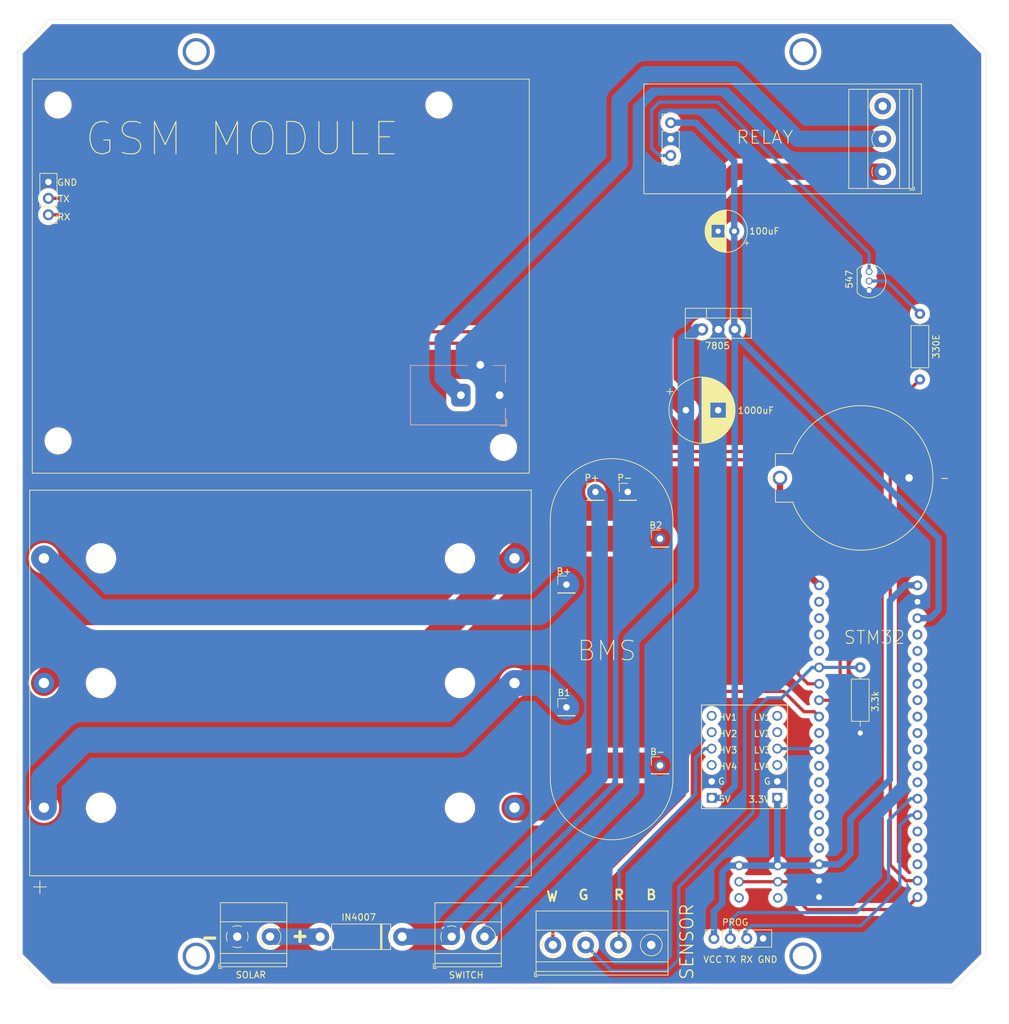
<source format=kicad_pcb>
(kicad_pcb (version 20211014) (generator pcbnew)
  (title_block (title "PCB") (date "2022-09-02") (rev "1.0") (company "OSTRON ELECTRONICS"))
  (layers (0 "F.Cu" signal) (31 "B.Cu" signal) (34 "B.Paste" user) (35 "F.Paste" user) (36 "B.SilkS" user "B.Silkscreen") (37 "F.SilkS" user "F.Silkscreen") (38 "B.Mask" user) (39 "F.Mask" user) (44 "Edge.Cuts" user))
  (net 0 "")
  (net 1 "+BATT")
  (net 2 "GND")
  (net 3 "Net-(BT2-Pad1+)")
  (net 4 "+12V")
  (net 5 "+5V")
  (net 6 "Net-(D1-Pad2)")
  (net 7 "TX")
  (net 8 "RX")
  (net 9 "POWERGSM")
  (net 10 "Net-(J9-Pad3)")
  (net 11 "Net-(J10-Pad3)")
  (net 12 "Net-(J10-Pad2)")
  (net 13 "+3V3")
  (net 14 "Net-(Q1-Pad2)")
  (net 15 "Net-(R2-Pad2)")
  (net 16 "Net-(U2-PadHV2)")
  (net 17 "Net-(U2-PadLV3)")
  (net 18 "Net-(U2-PadLV2)")
  (net 19 "Net-(U2-PadLV1)")
  (net 20 "Net-(U3-PadPB12)")
  (net 21 "Net-(U3-PadPB14)")
  (net 22 "Net-(U3-PadPB15)")
  (net 23 "Net-(U3-PadPA8)")
  (net 24 "Net-(U3-PadPA11)")
  (net 25 "Net-(U3-PadPA15)")
  (net 26 "Net-(U3-PadPA12)")
  (net 27 "Net-(U3-PadPB3)")
  (net 28 "Net-(U3-PadPB9)")
  (net 29 "Net-(U3-PadPB8)")
  (net 30 "Net-(U3-PadPB4)")
  (net 31 "Net-(U3-PadPB5)")
  (net 32 "Net-(U3-PadPB6)")
  (net 33 "Net-(U3-PadPB7)")
  (net 34 "Net-(U3-PadPA5)")
  (net 35 "Net-(U3-PadPB0)")
  (net 36 "Net-(U3-PadPB1)")
  (net 37 "Net-(U3-PadPC13)")
  (net 38 "Net-(U3-PadPC15)")
  (net 39 "Net-(U3-PadPA0)")
  (net 40 "Net-(U3-PadPC14)")
  (net 41 "Net-(U3-PadPB10)")
  (net 42 "Net-(U3-PadNRST)")
  (net 43 "Net-(U3-PadPB11)")
  (net 44 "Net-(U4-Pad2)")
  (net 45 "Net-(U4-Pad2')")
  (net 46 "Net-(J13-Pad3)")
  (net 47 "Net-(BT2-Pad3-)")
  (net 48 "Net-(BT2-Pad2-)")
  (net 49 "Net-(BT2-Pad1-)")
  (net 50 "Net-(J12-Pad3)")
  (net 51 "Green")
  (net 52 "white")
  (net 53 "Net-(U2-PadHV1)")
  (net 54 "Net-(U2-PadHV4)")
  (net 55 "Net-(U2-PadLV4)")
  (net 56 "Net-(U3-PadPA7)")
  (net 57 "VCC")
  (footprint "MountingHole:MountingHole_3.2mm_M3" (layer "F.Cu") (at 141.66 172.06)
    (fp_text reference "REF**" hide)
    (fp_text value "MountingHole_3.2mm_M3")
    (pad "" np_thru_hole circle locked (at 0 0) (size 4.2 4.2) (drill 3.2) (layers F&B.Cu *.Mask))
  )
  (footprint "MountingHole:MountingHole_3.2mm_M3" (layer "F.Cu") (at 141.66 32.06)
    (fp_text reference "REF**" hide)
    (fp_text value "MountingHole_3.2mm_M3")
    (pad "" np_thru_hole circle locked (at 0 0) (size 4.2 4.2) (drill 3.2) (layers F&B.Cu *.Mask))
  )
  (footprint "MountingHole:MountingHole_3.2mm_M3" (layer "F.Cu") (at 47.66 32.06)
    (fp_text reference "REF**" hide)
    (fp_text value "MountingHole_3.2mm_M3")
    (pad "" np_thru_hole circle locked (at 0 0) (size 4.2 4.2) (drill 3.2) (layers F&B.Cu *.Mask))
  )
  (footprint "MountingHole:MountingHole_2.7mm" (layer "F.Cu") (at 26.26 40.31)
    (fp_text reference "REF**" hide)
    (fp_text value "MountingHole_2.7mm")
    (pad "" np_thru_hole circle locked (at 0 0) (size 2.7 2.7) (drill 2.7) (layers *.Cu *.Mask))
  )
  (footprint "MountingHole:MountingHole_2.7mm" (layer "F.Cu") (at 26.26 92.31)
    (fp_text reference "REF**" hide)
    (fp_text value "MountingHole_2.7mm")
    (pad "" np_thru_hole circle locked (at 0 0) (size 2.7 2.7) (drill 2.7) (layers *.Cu *.Mask))
  )
  (footprint "MountingHole:MountingHole_2.7mm" (layer "F.Cu") (at 95.26 93.31)
    (fp_text reference "REF**" hide)
    (fp_text value "MountingHole_2.7mm")
    (pad "" np_thru_hole circle locked (at 0 0) (size 2.7 2.7) (drill 2.7) (layers *.Cu *.Mask))
  )
  (footprint "MountingHole:MountingHole_2.7mm" (layer "F.Cu") (at 85.26 40.31)
    (fp_text reference "REF**" hide)
    (fp_text value "MountingHole_2.7mm")
    (pad "" np_thru_hole circle locked (at 0 0) (size 2.7 2.7) (drill 2.7) (layers *.Cu *.Mask))
  )
  (footprint "BS-7-BLUE:BAT_BS-7-BLUE" (layer "F.Cu") (at 148.088 98.044 180)
    (fp_text reference "BT1" hide)
    (fp_text value "BS-7-BLUE")
    (fp_text user "+" (at 11.474 0) (layer "F.SilkS") (effects (font (size 1.12 1.12))))
    (fp_text user "-" (at -15.526 0) (layer "F.SilkS") (effects (font (size 1.12 1.12))))
    (pad "+" thru_hole circle locked (at 10 0 180) (size 2.25 2.25) (drill 1.5) (layers *.Cu *.Mask) (net 1 "+BATT"))
    (pad "-" thru_hole circle locked (at -10 0 180) (size 1.755 1.755) (drill 1.17) (layers *.Cu *.Mask) (net 2 "GND"))
  )
  (footprint "BK-18650-PC6:BAT_BK-18650-PC6" (layer "F.Cu") (at 60.712 129.794)
    (fp_text reference "BT2" hide)
    (fp_text value "BK-18650-PC6" hide)
    (pad "" np_thru_hole circle locked (at -27.805 -19.3) (size 3.2 3.2) (drill 3.2) (layers *.Cu *.Mask))
    (pad "" np_thru_hole circle locked (at -27.805 19.3) (size 3.2 3.2) (drill 3.2) (layers *.Cu *.Mask))
    (pad "" np_thru_hole circle locked (at 27.805 0) (size 3.2 3.2) (drill 3.2) (layers *.Cu *.Mask))
    (pad "" np_thru_hole circle locked (at 27.805 19.3) (size 3.2 3.2) (drill 3.2) (layers *.Cu *.Mask))
    (pad "" np_thru_hole circle locked (at -27.805 0) (size 3.2 3.2) (drill 3.2) (layers *.Cu *.Mask))
    (pad "" np_thru_hole circle locked (at 27.805 -19.3) (size 3.2 3.2) (drill 3.2) (layers *.Cu *.Mask))
    (pad "1+" thru_hole circle locked (at -36.65 -19.3) (size 3.2 3.2) (drill 1.6) (layers *.Cu *.Mask) (net 3 "Net-(BT2-Pad1+)"))
    (pad "1-" thru_hole circle locked (at 36.25 -19.3) (size 3.2 3.2) (drill 1.6) (layers *.Cu *.Mask) (net 49 "Net-(BT2-Pad1-)"))
    (pad "2+" thru_hole circle locked (at -36.65 0) (size 3.2 3.2) (drill 1.6) (layers *.Cu *.Mask) (net 49 "Net-(BT2-Pad1-)"))
    (pad "2-" thru_hole circle locked (at 36.25 0) (size 3.2 3.2) (drill 1.6) (layers *.Cu *.Mask) (net 48 "Net-(BT2-Pad2-)"))
    (pad "3+" thru_hole circle locked (at -36.65 19.3) (size 3.2 3.2) (drill 1.6) (layers *.Cu *.Mask) (net 48 "Net-(BT2-Pad2-)"))
    (pad "3-" thru_hole circle locked (at 36.25 19.3) (size 3.2 3.2) (drill 1.6) (layers *.Cu *.Mask) (net 47 "Net-(BT2-Pad3-)"))
  )
  (footprint "Capacitor_THT:CP_Radial_D10.0mm_P5.00mm" (layer "F.Cu") (at 123.51 87.56)
    (fp_text reference "C1" hide)
    (fp_text value "1000u")
    (pad "1" thru_hole circle locked (at 0 0) (size 2 2) (drill 1) (layers *.Cu *.Mask) (net 57 "VCC"))
    (pad "2" thru_hole circle locked (at 5 0) (size 2 2) (drill 1) (layers *.Cu *.Mask) (net 2 "GND"))
  )
  (footprint "Capacitor_THT:CP_Radial_D6.3mm_P2.50mm" (layer "F.Cu") (at 131.01 59.85 180)
    (fp_text reference "C2" hide)
    (fp_text value "100u")
    (pad "1" thru_hole circle locked (at 0 0 180) (size 1.6 1.6) (drill 0.8) (layers *.Cu *.Mask) (net 5 "+5V"))
    (pad "2" thru_hole circle locked (at 2.5 0 180) (size 1.6 1.6) (drill 0.8) (layers *.Cu *.Mask) (net 2 "GND"))
  )
  (footprint "Diode_THT:D_5W_P12.70mm_Horizontal" (layer "F.Cu") (at 79.56 169.08 180)
    (fp_text reference "D1" hide)
    (fp_text value "D")
    (pad "1" thru_hole circle locked (at 0 0 180) (size 2.8 2.8) (drill 1.4) (layers *.Cu *.Mask) (net 4 "+12V"))
    (pad "2" thru_hole oval locked (at 12.7 0 180) (size 2.8 2.8) (drill 1.4) (layers *.Cu *.Mask) (net 6 "Net-(D1-Pad2)"))
  )
  (footprint "Connector_PinHeader_2.54mm:PinHeader_1x03_P2.54mm_Vertical" (layer "F.Cu") (at 24.76 57.31 180)
    (fp_text reference "J1" hide)
    (fp_text value "GSMSERIAL")
    (pad "1" thru_hole circle locked (at 0 0 180) (size 1.7 1.7) (drill 1) (layers *.Cu *.Mask) (net 8 "RX"))
    (pad "2" thru_hole oval locked (at 0 2.54 180) (size 1.7 1.7) (drill 1) (layers *.Cu *.Mask) (net 7 "TX"))
    (pad "3" thru_hole oval locked (at 0 5.08 180) (size 1.7 1.7) (drill 1) (layers *.Cu *.Mask) (net 2 "GND"))
  )
  (footprint "Connector_BarrelJack:BarrelJack_Horizontal" (layer "F.Cu") (at 94.66 85.24)
    (fp_text reference "J2" hide)
    (fp_text value "Barrel_Jack_Switch")
    (pad "1" thru_hole rect locked (at 0 0) (size 3.5 3.5) (drill 1.2) (layers *.Cu *.Mask) (net 2 "GND"))
    (pad "2" thru_hole roundrect locked (at -6 0) (size 3 3.5) (drill 1.2) (layers *.Cu *.Mask) (net 9 "POWERGSM"))
    (pad "3" thru_hole roundrect locked (at -3 -4.7) (size 3.5 3.5) (drill 1.2) (layers *.Cu *.Mask) (net 2 "GND"))
  )
  (footprint "Connector_PinHeader_2.54mm:PinHeader_1x01_P2.54mm_Vertical" (layer "F.Cu") (at 109.51 100.21)
    (fp_text reference "J3" hide)
    (fp_text value "P+")
    (pad "1" thru_hole circle locked (at 0 0) (size 1.7 1.7) (drill 1) (layers *.Cu *.Mask) (net 4 "+12V"))
  )
  (footprint "Connector_PinHeader_2.54mm:PinHeader_1x01_P2.54mm_Vertical" (layer "F.Cu") (at 114.51 100.21)
    (fp_text reference "J4" hide)
    (fp_text value "P-")
    (pad "1" thru_hole circle locked (at 0 0) (size 1.7 1.7) (drill 1) (layers *.Cu *.Mask) (net 2 "GND"))
  )
  (footprint "Connector_PinHeader_2.54mm:PinHeader_1x01_P2.54mm_Vertical" (layer "F.Cu") (at 105.01 114.56)
    (fp_text reference "J5" hide)
    (fp_text value "B+")
    (pad "1" thru_hole circle locked (at 0 0) (size 1.7 1.7) (drill 1) (layers *.Cu *.Mask) (net 3 "Net-(BT2-Pad1+)"))
  )
  (footprint "Connector_PinHeader_2.54mm:PinHeader_1x01_P2.54mm_Vertical" (layer "F.Cu") (at 105.01 133.56)
    (fp_text reference "J7" hide)
    (fp_text value "B1")
    (pad "1" thru_hole circle locked (at 0 0) (size 1.7 1.7) (drill 1) (layers *.Cu *.Mask) (net 48 "Net-(BT2-Pad2-)"))
  )
  (footprint "Connector_PinHeader_2.54mm:PinHeader_1x01_P2.54mm_Vertical" (layer "F.Cu") (at 119.51 142.56)
    (fp_text reference "J8" hide)
    (fp_text value "B-")
    (pad "1" thru_hole circle locked (at 0 0) (size 1.7 1.7) (drill 1) (layers *.Cu *.Mask) (net 47 "Net-(BT2-Pad3-)"))
  )
  (footprint "TerminalBlock_Phoenix:TerminalBlock_Phoenix_MKDS-1,5-4-5.08_1x04_P5.08mm_Horizontal" (layer "F.Cu") (at 102.91 170.35)
    (fp_text reference "J9" hide)
    (fp_text value "SENSOR")
    (pad "1" thru_hole circle locked (at 0 0) (size 2.6 2.6) (drill 1.3) (layers *.Cu *.Mask) (net 52 "white"))
    (pad "2" thru_hole circle locked (at 5.08 0) (size 2.6 2.6) (drill 1.3) (layers *.Cu *.Mask) (net 51 "Green"))
    (pad "3" thru_hole circle locked (at 10.16 0) (size 2.6 2.6) (drill 1.3) (layers *.Cu *.Mask) (net 10 "Net-(J9-Pad3)"))
    (pad "4" thru_hole circle locked (at 15.24 0) (size 2.6 2.6) (drill 1.3) (layers *.Cu *.Mask) (net 2 "GND"))
  )
  (footprint "Connector_PinSocket_2.54mm:PinSocket_1x04_P2.54mm_Vertical" (layer "F.Cu") (at 127.86 169.35 90)
    (fp_text reference "J10" hide)
    (fp_text value "PROG")
    (pad "1" thru_hole circle locked (at 0 0 90) (size 1.7 1.7) (drill 1) (layers *.Cu *.Mask) (net 13 "+3V3"))
    (pad "2" thru_hole oval locked (at 0 2.54 90) (size 1.7 1.7) (drill 1) (layers *.Cu *.Mask) (net 12 "Net-(J10-Pad2)"))
    (pad "3" thru_hole oval locked (at 0 5.08 90) (size 1.7 1.7) (drill 1) (layers *.Cu *.Mask) (net 11 "Net-(J10-Pad3)"))
    (pad "4" thru_hole oval locked (at 0 7.62 90) (size 1.7 1.7) (drill 1) (layers *.Cu *.Mask) (net 2 "GND"))
  )
  (footprint "TerminalBlock_Phoenix:TerminalBlock_Phoenix_MKDS-1,5-2-5.08_1x02_P5.08mm_Horizontal" (layer "F.Cu") (at 54.01 169.06)
    (fp_text reference "J11" hide)
    (fp_text value "SOLAR")
    (pad "1" thru_hole circle locked (at 0 0) (size 2.6 2.6) (drill 1.3) (layers *.Cu *.Mask) (net 2 "GND"))
    (pad "2" thru_hole circle locked (at 5.08 0) (size 2.6 2.6) (drill 1.3) (layers *.Cu *.Mask) (net 6 "Net-(D1-Pad2)"))
  )
  (footprint "TerminalBlock_Phoenix:TerminalBlock_Phoenix_MKDS-1,5-3-5.08_1x03_P5.08mm_Horizontal" (layer "F.Cu") (at 154.01 50.64 90)
    (fp_text reference "J12" hide)
    (fp_text value "RELAYgsm")
    (pad "1" thru_hole circle locked (at 0 0 90) (size 2.6 2.6) (drill 1.3) (layers *.Cu *.Mask) (net 57 "VCC"))
    (pad "2" thru_hole circle locked (at 5.08 0 90) (size 2.6 2.6) (drill 1.3) (layers *.Cu *.Mask) (net 9 "POWERGSM"))
    (pad "3" thru_hole circle locked (at 10.16 0 90) (size 2.6 2.6) (drill 1.3) (layers *.Cu *.Mask) (net 50 "Net-(J12-Pad3)"))
  )
  (footprint "Connector_PinHeader_2.54mm:PinHeader_1x03_P2.54mm_Vertical" (layer "F.Cu") (at 121.16 43.06)
    (fp_text reference "J13" hide)
    (fp_text value "RELAY")
    (pad "1" thru_hole circle locked (at 0 0) (size 1.7 1.7) (drill 1) (layers *.Cu *.Mask) (net 5 "+5V"))
    (pad "2" thru_hole oval locked (at 0 2.54) (size 1.7 1.7) (drill 1) (layers *.Cu *.Mask) (net 2 "GND"))
    (pad "3" thru_hole oval locked (at 0 5.08) (size 1.7 1.7) (drill 1) (layers *.Cu *.Mask) (net 46 "Net-(J13-Pad3)"))
  )
  (footprint "Package_TO_SOT_THT:TO-92_Inline" (layer "F.Cu") (at 151.898 66.294 -90)
    (fp_text reference "Q1" hide)
    (fp_text value "BC547")
    (pad "1" thru_hole circle locked (at -0.1905 0 270) (size 1.05 1.05) (drill 0.75) (layers *.Cu *.Mask) (net 46 "Net-(J13-Pad3)"))
    (pad "2" thru_hole circle locked (at 1.27 0 270) (size 1.05 1.05) (drill 0.75) (layers *.Cu *.Mask) (net 14 "Net-(Q1-Pad2)"))
    (pad "3" thru_hole circle locked (at 2.7305 0 270) (size 1.05 1.05) (drill 0.75) (layers *.Cu *.Mask) (net 2 "GND"))
  )
  (footprint "Resistor_THT:R_Axial_DIN0207_L6.3mm_D2.5mm_P10.16mm_Horizontal" (layer "F.Cu") (at 159.772 72.644 -90)
    (fp_text reference "R2" hide)
    (fp_text value "330")
    (pad "1" thru_hole circle locked (at 0 0 270) (size 1.6 1.6) (drill 0.8) (layers *.Cu *.Mask) (net 14 "Net-(Q1-Pad2)"))
    (pad "2" thru_hole oval locked (at 10.16 0 270) (size 1.6 1.6) (drill 0.8) (layers *.Cu *.Mask) (net 15 "Net-(R2-Pad2)"))
  )
  (footprint "Package_TO_SOT_THT:TO-220-3_Vertical" (layer "F.Cu") (at 126.01 75.06)
    (fp_text reference "U1" hide)
    (fp_text value "L7805")
    (pad "1" thru_hole circle locked (at 0 0) (size 1.905 1.905) (drill 1.1) (layers *.Cu *.Mask) (net 57 "VCC"))
    (pad "2" thru_hole oval locked (at 2.54 0) (size 1.905 2) (drill 1.1) (layers *.Cu *.Mask) (net 2 "GND"))
    (pad "3" thru_hole oval locked (at 5.08 0) (size 1.905 2) (drill 1.1) (layers *.Cu *.Mask) (net 5 "+5V"))
  )
  (footprint "BOB-12009:CONV_BOB-12009" (layer "F.Cu") (at 132.594 141.224 180)
    (fp_text reference "U2" hide)
    (fp_text value "BOB-12009")
    (pad "GND_1" thru_hole circle locked (at 5.08 -3.81 180) (size 1.524 1.524) (drill 1.016) (layers *.Cu *.Mask) (net 2 "GND"))
    (pad "GND_2" thru_hole circle locked (at -5.08 -3.81 180) (size 1.524 1.524) (drill 1.016) (layers *.Cu *.Mask) (net 2 "GND"))
    (pad "HV" thru_hole rect locked (at 5.08 -6.35 180) (size 1.524 1.524) (drill 1.016) (layers *.Cu *.Mask) (net 5 "+5V"))
    (pad "HV1" thru_hole circle locked (at 5.08 6.35 180) (size 1.524 1.524) (drill 1.016) (layers *.Cu *.Mask) (net 53 "Net-(U2-PadHV1)"))
    (pad "HV2" thru_hole circle locked (at 5.08 3.81 180) (size 1.524 1.524) (drill 1.016) (layers *.Cu *.Mask) (net 16 "Net-(U2-PadHV2)"))
    (pad "HV3" thru_hole circle locked (at 5.08 1.27 180) (size 1.524 1.524) (drill 1.016) (layers *.Cu *.Mask) (net 10 "Net-(J9-Pad3)"))
    (pad "HV4" thru_hole circle locked (at 5.08 -1.27 180) (size 1.524 1.524) (drill 1.016) (layers *.Cu *.Mask) (net 54 "Net-(U2-PadHV4)"))
    (pad "LV" thru_hole rect locked (at -5.08 -6.35 180) (size 1.524 1.524) (drill 1.016) (layers *.Cu *.Mask) (net 13 "+3V3"))
    (pad "LV1" thru_hole circle locked (at -5.08 6.35 180) (size 1.524 1.524) (drill 1.016) (layers *.Cu *.Mask) (net 19 "Net-(U2-PadLV1)"))
    (pad "LV2" thru_hole circle locked (at -5.08 3.81 180) (size 1.524 1.524) (drill 1.016) (layers *.Cu *.Mask) (net 18 "Net-(U2-PadLV2)"))
    (pad "LV3" thru_hole circle locked (at -5.08 1.27 180) (size 1.524 1.524) (drill 1.016) (layers *.Cu *.Mask) (net 17 "Net-(U2-PadLV3)"))
    (pad "LV4" thru_hole circle locked (at -5.08 -1.27 180) (size 1.524 1.524) (drill 1.016) (layers *.Cu *.Mask) (net 55 "Net-(U2-PadLV4)"))
  )
  (footprint "blue-pill-kicad-master:blue_pill" (layer "F.Cu") (at 149.866 141.986 180)
    (fp_text reference "U3" hide)
    (fp_text value "BP")
    (pad "3V3" thru_hole circle locked (at -9.525 27.305 180) (size 1.524 1.524) (drill 0.9) (layers *.Cu *.Mask) (net 13 "+3V3"))
    (pad "3V3" thru_hole circle locked (at 5.715 -15.875 180) (size 1.524 1.524) (drill 0.9) (layers *.Cu *.Mask) (net 13 "+3V3"))
    (pad "5V" thru_hole circle locked (at -9.525 22.225 180) (size 1.524 1.524) (drill 0.9) (layers *.Cu *.Mask) (net 5 "+5V"))
    (pad "G" thru_hole circle locked (at -9.525 24.765 180) (size 1.524 1.524) (drill 0.9) (layers *.Cu *.Mask) (net 2 "GND"))
    (pad "G" thru_hole circle locked (at 5.715 -18.415 180) (size 1.524 1.524) (drill 0.9) (layers *.Cu *.Mask) (net 2 "GND"))
    (pad "G" thru_hole circle locked (at 5.715 -20.955 180) (size 1.524 1.524) (drill 0.9) (layers *.Cu *.Mask) (net 2 "GND"))
    (pad "NRST" thru_hole circle locked (at 5.715 -13.335 180) (size 1.524 1.524) (drill 0.9) (layers *.Cu *.Mask) (net 42 "Net-(U3-PadNRST)"))
    (pad "PA0" thru_hole circle locked (at 5.715 17.145 180) (size 1.524 1.524) (drill 0.9) (layers *.Cu *.Mask) (net 39 "Net-(U3-PadPA0)"))
    (pad "PA1" thru_hole circle locked (at 5.715 14.605 180) (size 1.524 1.524) (drill 0.9) (layers *.Cu *.Mask) (net 51 "Green"))
    (pad "PA2" thru_hole circle locked (at 5.715 12.065 180) (size 1.524 1.524) (drill 0.9) (layers *.Cu *.Mask) (net 8 "RX"))
    (pad "PA3" thru_hole circle locked (at 5.715 9.525 180) (size 1.524 1.524) (drill 0.9) (layers *.Cu *.Mask) (net 7 "TX"))
    (pad "PA4" thru_hole circle locked (at 5.715 6.985 180) (size 1.524 1.524) (drill 0.9) (layers *.Cu *.Mask) (net 52 "white"))
    (pad "PA5" thru_hole circle locked (at 5.715 4.445 180) (size 1.524 1.524) (drill 0.9) (layers *.Cu *.Mask) (net 34 "Net-(U3-PadPA5)"))
    (pad "PA6" thru_hole circle locked (at 5.715 1.905 180) (size 1.524 1.524) (drill 0.9) (layers *.Cu *.Mask) (net 17 "Net-(U2-PadLV3)"))
    (pad "PA7" thru_hole circle locked (at 5.715 -0.635 180) (size 1.524 1.524) (drill 0.9) (layers *.Cu *.Mask) (net 56 "Net-(U3-PadPA7)"))
    (pad "PA8" thru_hole circle locked (at -9.525 -10.795 180) (size 1.524 1.524) (drill 0.9) (layers *.Cu *.Mask) (net 23 "Net-(U3-PadPA8)"))
    (pad "PA9" thru_hole circle locked (at -9.525 -8.255 180) (size 1.524 1.524) (drill 0.9) (layers *.Cu *.Mask) (net 11 "Net-(J10-Pad3)"))
    (pad "PA10" thru_hole circle locked (at -9.525 -5.715 180) (size 1.524 1.524) (drill 0.9) (layers *.Cu *.Mask) (net 12 "Net-(J10-Pad2)"))
    (pad "PA11" thru_hole circle locked (at -9.525 -3.175 180) (size 1.524 1.524) (drill 0.9) (layers *.Cu *.Mask) (net 24 "Net-(U3-PadPA11)"))
    (pad "PA12" thru_hole circle locked (at -9.525 -0.635 180) (size 1.524 1.524) (drill 0.9) (layers *.Cu *.Mask) (net 26 "Net-(U3-PadPA12)"))
    (pad "PA15" thru_hole circle locked (at -9.525 1.905 180) (size 1.524 1.524) (drill 0.9) (layers *.Cu *.Mask) (net 25 "Net-(U3-PadPA15)"))
    (pad "PB0" thru_hole circle locked (at 5.715 -3.175 180) (size 1.524 1.524) (drill 0.9) (layers *.Cu *.Mask) (net 35 "Net-(U3-PadPB0)"))
    (pad "PB1" thru_hole circle locked (at 5.715 -5.715 180) (size 1.524 1.524) (drill 0.9) (layers *.Cu *.Mask) (net 36 "Net-(U3-PadPB1)"))
    (pad "PB3" thru_hole circle locked (at -9.525 4.445 180) (size 1.524 1.524) (drill 0.9) (layers *.Cu *.Mask) (net 27 "Net-(U3-PadPB3)"))
    (pad "PB4" thru_hole circle locked (at -9.525 6.985 180) (size 1.524 1.524) (drill 0.9) (layers *.Cu *.Mask) (net 30 "Net-(U3-PadPB4)"))
    (pad "PB5" thru_hole circle locked (at -9.525 9.525 180) (size 1.524 1.524) (drill 0.9) (layers *.Cu *.Mask) (net 31 "Net-(U3-PadPB5)"))
    (pad "PB6" thru_hole circle locked (at -9.525 12.065 180) (size 1.524 1.524) (drill 0.9) (layers *.Cu *.Mask) (net 32 "Net-(U3-PadPB6)"))
    (pad "PB7" thru_hole circle locked (at -9.525 14.605 180) (size 1.524 1.524) (drill 0.9) (layers *.Cu *.Mask) (net 33 "Net-(U3-PadPB7)"))
    (pad "PB8" thru_hole circle locked (at -9.525 17.145 180) (size 1.524 1.524) (drill 0.9) (layers *.Cu *.Mask) (net 29 "Net-(U3-PadPB8)"))
    (pad "PB9" thru_hole circle locked (at -9.525 19.685 180) (size 1.524 1.524) (drill 0.9) (layers *.Cu *.Mask) (net 28 "Net-(U3-PadPB9)"))
    (pad "PB10" thru_hole circle locked (at 5.715 -8.255 180) (size 1.524 1.524) (drill 0.9) (layers *.Cu *.Mask) (net 41 "Net-(U3-PadPB10)"))
    (pad "PB11" thru_hole circle locked (at 5.715 -10.795 180) (size 1.524 1.524) (drill 0.9) (layers *.Cu *.Mask) (net 43 "Net-(U3-PadPB11)"))
    (pad "PB12" thru_hole circle locked (at -9.525 -20.955 180) (size 1.524 1.524) (drill 0.9) (layers *.Cu *.Mask) (net 20 "Net-(U3-PadPB12)"))
    (pad "PB13" thru_hole circle locked (at -9.525 -18.415 180) (size 1.524 1.524) (drill 0.9) (layers *.Cu *.Mask) (net 15 "Net-(R2-Pad2)"))
    (pad "PB14" thru_hole circle locked (at -9.525 -15.875 180) (size 1.524 1.524) (drill 0.9) (layers *.Cu *.Mask) (net 21 "Net-(U3-PadPB14)"))
    (pad "PB15" thru_hole circle locked (at -9.525 -13.335 180) (size 1.524 1.524) (drill 0.9) (layers *.Cu *.Mask) (net 22 "Net-(U3-PadPB15)"))
    (pad "PC13" thru_hole circle locked (at 5.715 24.765 180) (size 1.524 1.524) (drill 0.9) (layers *.Cu *.Mask) (net 37 "Net-(U3-PadPC13)"))
    (pad "PC14" thru_hole circle locked (at 5.715 22.225 180) (size 1.524 1.524) (drill 0.9) (layers *.Cu *.Mask) (net 40 "Net-(U3-PadPC14)"))
    (pad "PC15" thru_hole circle locked (at 5.715 19.685 180) (size 1.524 1.524) (drill 0.9) (layers *.Cu *.Mask) (net 38 "Net-(U3-PadPC15)"))
    (pad "VBAT" thru_hole circle locked (at 5.715 27.305 180) (size 1.524 1.524) (drill 0.9) (layers *.Cu *.Mask) (net 1 "+BATT"))
  )
  (footprint "Y17P21221FP:SW_PVA2EEH21.7NV2" (layer "F.Cu") (at 134.76 160.56 90)
    (fp_text reference "U4" hide)
    (fp_text value "Y17P21221FP")
    (pad "0" thru_hole circle locked (at 0 3 90) (size 1.458 1.458) (drill 0.95) (layers *.Cu *.Mask) (net 20 "Net-(U3-PadPB12)"))
    (pad "0'" thru_hole circle locked (at 0 -3 90) (size 1.458 1.458) (drill 0.95) (layers *.Cu *.Mask) (net 20 "Net-(U3-PadPB12)"))
    (pad "1" thru_hole circle locked (at 2.5 3 90) (size 1.458 1.458) (drill 0.95) (layers *.Cu *.Mask) (net 13 "+3V3"))
    (pad "1'" thru_hole circle locked (at 2.5 -3 90) (size 1.458 1.458) (drill 0.95) (layers *.Cu *.Mask) (net 13 "+3V3"))
    (pad "2" thru_hole circle locked (at -2.5 3 90) (size 1.458 1.458) (drill 0.95) (layers *.Cu *.Mask) (net 44 "Net-(U4-Pad2)"))
    (pad "2'" thru_hole circle locked (at -2.5 -3 90) (size 1.458 1.458) (drill 0.95) (layers *.Cu *.Mask) (net 45 "Net-(U4-Pad2')"))
  )
  (footprint "Resistor_THT:R_Axial_DIN0207_L6.3mm_D2.5mm_P10.16mm_Horizontal" (layer "F.Cu") (at 150.53 127.38 -90)
    (fp_text reference "R1" hide)
    (fp_text value "3.3k")
    (pad "1" thru_hole circle locked (at 0 0 270) (size 1.6 1.6) (drill 0.8) (layers *.Cu *.Mask) (net 51 "Green"))
    (pad "2" thru_hole oval locked (at 10.16 0 270) (size 1.6 1.6) (drill 0.8) (layers *.Cu *.Mask) (net 2 "GND"))
  )
  (footprint "Connector_PinHeader_2.54mm:PinHeader_1x01_P2.54mm_Vertical" (layer "F.Cu") (at 119.51 107.45)
    (fp_text reference "J6" hide)
    (fp_text value "B2")
    (pad "1" thru_hole circle locked (at 0 0) (size 1.7 1.7) (drill 1) (layers *.Cu *.Mask) (net 49 "Net-(BT2-Pad1-)"))
  )
  (footprint "TerminalBlock_Phoenix:TerminalBlock_Phoenix_MKDS-1,5-2-5.08_1x02_P5.08mm_Horizontal" (layer "F.Cu") (at 87.24 169.08)
    (fp_text reference "J14" hide)
    (fp_text value "SWITCH")
    (pad "1" thru_hole circle locked (at 0 0) (size 2.6 2.6) (drill 1.3) (layers *.Cu *.Mask) (net 4 "+12V"))
    (pad "2" thru_hole circle locked (at 5.08 0) (size 2.6 2.6) (drill 1.3) (layers *.Cu *.Mask) (net 57 "VCC"))
  )
  (footprint "MountingHole:MountingHole_3.2mm_M3" (layer "F.Cu") (at 47.66 172.1)
    (fp_text reference "REF**" hide)
    (fp_text value "MountingHole_3.2mm_M3")
    (pad "" np_thru_hole circle locked (at 0 0) (size 4.2 4.2) (drill 3.2) (layers F&B.Cu *.Mask))
  )
  (gr_line (start 117.01 54.06) (end 160.01 54.06) (layer "F.SilkS") (width 0.12))
  (gr_line (start 99.26 36.31) (end 99.26 97.31) (layer "F.SilkS") (width 0.12))
  (gr_line (start 22.26 36.31) (end 99.26 36.31) (layer "F.SilkS") (width 0.12))
  (gr_arc (start 102.51 104.56) (mid 112.01 95.06) (end 121.51 104.56) (layer "F.SilkS") (width 0.12))
  (gr_line (start 121.51 107.56) (end 121.51 144.56) (layer "F.SilkS") (width 0.12))
  (gr_line (start 117.01 37.06) (end 160.01 37.06) (layer "F.SilkS") (width 0.12))
  (gr_line (start 121.51 107.56) (end 121.51 104.56) (layer "F.SilkS") (width 0.12))
  (gr_line (start 22.26 97.31) (end 99.26 97.31) (layer "F.SilkS") (width 0.12))
  (gr_line (start 160.01 37.06) (end 160.01 54.06) (layer "F.SilkS") (width 0.12))
  (gr_line (start 102.51 144.56) (end 102.51 104.56) (layer "F.SilkS") (width 0.12))
  (gr_arc (start 121.51 144.56) (mid 112.01 154.06) (end 102.51 144.56) (layer "F.SilkS") (width 0.12))
  (gr_line (start 22.26 36.31) (end 22.26 97.31) (layer "F.SilkS") (width 0.12))
  (gr_line (start 117.01 37.06) (end 117.01 54.06) (layer "F.SilkS") (width 0.12))
  (gr_line (start 165.01 27.06) (end 170.01 32.06) (layer "Edge.Cuts") (width 0.05))
  (gr_line (start 25.01 27.06) (end 20.01 32.06) (layer "Edge.Cuts") (width 0.05))
  (gr_line (start 20.01 172.06) (end 25.01 177.06) (layer "Edge.Cuts") (width 0.05))
  (gr_line (start 165.01 177.06) (end 170.01 172.06) (layer "Edge.Cuts") (width 0.05))
  (gr_line (start 165.01 177.06) (end 25.01 177.06) (layer "Edge.Cuts") (width 0.05))
  (gr_line (start 20.01 172.06) (end 20.01 32.06) (layer "Edge.Cuts") (width 0.05))
  (gr_line (start 170.01 32.06) (end 170.01 172.06) (layer "Edge.Cuts") (width 0.05))
  (gr_line (start 25.01 27.06) (end 165.01 27.06) (layer "Edge.Cuts") (width 0.05))
  (gr_text "B2" (at 118.856 105.392) (layer "F.SilkS") (effects (font (size 1 1))))
  (gr_text "GND" (at 27.67 52.306) (layer "F.SilkS") (effects (font (size 1 1))))
  (gr_text "B1" (at 104.632 131.3) (layer "F.SilkS") (effects (font (size 1 1))))
  (gr_text "W" (at 102.8 162.85) (layer "F.SilkS") (effects (font (size 1.5 1.5) (thickness 0.3))))
  (gr_text "+" (at 63.738 168.892) (layer "F.SilkS") (effects (font (size 2 2) (thickness 0.5))))
  (gr_text "PROG" (at 131.16 166.85) (layer "F.SilkS") (effects (font (size 1 1))))
  (gr_text "B+" (at 104.632 112.504) (layer "F.SilkS") (effects (font (size 1 1))))
  (gr_text "GSM MODULE" (at 54.76 45.56) (layer "F.SilkS") (effects (font (size 5 5))))
  (gr_text "547" (at 148.828 67.292 90) (layer "F.SilkS") (effects (font (size 1 1))))
  (gr_text "VCC" (at 127.66 172.6) (layer "F.SilkS") (effects (font (size 1 1))))
  (gr_text "P+" (at 108.95 98.026) (layer "F.SilkS") (effects (font (size 1 1))))
  (gr_text "LV4" (at 135.366 142.73) (layer "F.SilkS") (effects (font (size 1 1))))
  (gr_text "-" (at 49.768 169.146) (layer "F.SilkS") (effects (font (size 2 2) (thickness 0.5))))
  (gr_text "LV2" (at 135.366 137.65) (layer "F.SilkS") (effects (font (size 1 1))))
  (gr_text "B" (at 118.16 162.6) (layer "F.SilkS") (effects (font (size 1.5 1.5) (thickness 0.3))))
  (gr_text "1000uF" (at 134.35 87.612) (layer "F.SilkS") (effects (font (size 1 1))))
  (gr_text "GND" (at 136.16 172.6) (layer "F.SilkS") (effects (font (size 1 1))))
  (gr_text "STM32" (at 152.72 122.74) (layer "F.SilkS") (effects (font (size 2 2))))
  (gr_text "100uF" (at 135.66 59.85) (layer "F.SilkS") (effects (font (size 1 1))))
  (gr_text "P-" (at 114.03 98.026) (layer "F.SilkS") (effects (font (size 1 1))))
  (gr_text "HV1" (at 130.032 135.11) (layer "F.SilkS") (effects (font (size 1 1))))
  (gr_text "LV1" (at 135.366 135.11) (layer "F.SilkS") (effects (font (size 1 1))))
  (gr_text "TX" (at 27.162 54.846) (layer "F.SilkS") (effects (font (size 1 1))))
  (gr_text "5V\n" (at 129.524 147.81) (layer "F.SilkS") (effects (font (size 1 1))))
  (gr_text "RX" (at 132.91 172.6) (layer "F.SilkS") (effects (font (size 1 1))))
  (gr_text "SWITCH" (at 89.48 175.02) (layer "F.SilkS") (effects (font (size 1 1))))
  (gr_text "IN4007" (at 72.83 166.06) (layer "F.SilkS") (effects (font (size 1 1))))
  (gr_text "G" (at 136.128 145.016) (layer "F.SilkS") (effects (font (size 1 1))))
  (gr_text "3.3k" (at 152.86 132.66 90) (layer "F.SilkS") (effects (font (size 1 1))))
  (gr_text "TX" (at 130.41 172.6) (layer "F.SilkS") (effects (font (size 1 1))))
  (gr_text "SOLAR" (at 56.118 174.988) (layer "F.SilkS") (effects (font (size 1 1))))
  (gr_text "HV2" (at 130.032 137.65) (layer "F.SilkS") (effects (font (size 1 1))))
  (gr_text "3.3V" (at 134.858 147.81) (layer "F.SilkS") (effects (font (size 1 1))))
  (gr_text "SENSOR" (at 123.66 169.85 90) (layer "F.SilkS") (effects (font (size 2 2) (thickness 0.2))))
  (gr_text "RX" (at 27.162 57.64) (layer "F.SilkS") (effects (font (size 1 1))))
  (gr_text "G" (at 129.016 145.016) (layer "F.SilkS") (effects (font (size 1 1))))
  (gr_text "B-" (at 119.11 140.444) (layer "F.SilkS") (effects (font (size 1 1))))
  (gr_text "G" (at 107.66 162.6) (layer "F.SilkS") (effects (font (size 1.5 1.5) (thickness 0.3))))
  (gr_text "LV3" (at 135.366 140.19) (layer "F.SilkS") (effects (font (size 1 1))))
  (gr_text "R" (at 113.16 162.6) (layer "F.SilkS") (effects (font (size 1.5 1.5) (thickness 0.3))))
  (gr_text "7805" (at 128.41 77.6) (layer "F.SilkS") (effects (font (size 1 1))))
  (gr_text "RELAY" (at 135.76 45.31) (layer "F.SilkS") (effects (font (size 2 2))))
  (gr_text "HV3" (at 130.032 140.19) (layer "F.SilkS") (effects (font (size 1 1))))
  (gr_text "330E" (at 162.29 77.706 90) (layer "F.SilkS") (effects (font (size 1 1))))
  (gr_text "HV4" (at 130.032 142.73) (layer "F.SilkS") (effects (font (size 1 1))))
  (gr_text "BMS" (at 111.26 124.81) (layer "F.SilkS") (effects (font (size 3 3))))
  (segment (start 138.088 98.044) (end 138.088 108.618) (width 1) (layer "F.Cu") (net 1))
  (segment (start 138.088 108.618) (end 144.151 114.681) (width 1) (layer "F.Cu") (net 1))
  (segment (start 32.418 118.85) (end 100.72 118.85) (width 4) (layer "B.Cu") (net 3))
  (segment (start 24.062 110.494) (end 32.418 118.85) (width 4) (layer "B.Cu") (net 3))
  (segment (start 100.72 118.85) (end 105.01 114.56) (width 4) (layer "B.Cu") (net 3))
  (segment (start 110.16 144.35) (end 87.24 167.27) (width 2.54) (layer "B.Cu") (net 4))
  (segment (start 110.16 100.964) (end 110.16 144.35) (width 2.54) (layer "B.Cu") (net 4))
  (segment (start 79.56 169.08) (end 87.24 169.08) (width 2.54) (layer "B.Cu") (net 4))
  (segment (start 87.24 167.27) (end 87.24 169.08) (width 2.54) (layer "B.Cu") (net 4))
  (segment (start 109.458 100.262) (end 110.16 100.964) (width 2.54) (layer "B.Cu") (net 4))
  (segment (start 131.09 75.1075) (end 131.09 75.06) (width 0.5) (layer "F.Cu") (net 5))
  (segment (start 131.09 145.76) (end 129.276 147.574) (width 1) (layer "B.Cu") (net 5))
  (segment (start 129.276 147.574) (end 127.514 147.574) (width 1) (layer "B.Cu") (net 5))
  (segment (start 131.01 74.98) (end 131.09 75.06) (width 1) (layer "B.Cu") (net 5))
  (segment (start 131.09 75.06) (end 131.09 145.76) (width 1) (layer "B.Cu") (net 5))
  (segment (start 162.66 107.35) (end 162.66 118.484) (width 1) (layer "B.Cu") (net 5))
  (segment (start 121.16 43.06) (end 125.01 43.06) (width 1) (layer "B.Cu") (net 5))
  (segment (start 161.383 119.761) (end 159.391 119.761) (width 1) (layer "B.Cu") (net 5))
  (segment (start 131.09 75.78) (end 162.66 107.35) (width 1) (layer "B.Cu") (net 5))
  (segment (start 162.66 118.484) (end 161.383 119.761) (width 1) (layer "B.Cu") (net 5))
  (segment (start 131.01 49.06) (end 131.01 74.98) (width 1) (layer "B.Cu") (net 5))
  (segment (start 125.01 43.06) (end 131.01 49.06) (width 1) (layer "B.Cu") (net 5))
  (segment (start 131.09 75.06) (end 131.09 75.78) (width 1) (layer "B.Cu") (net 5))
  (segment (start 66.84 169.06) (end 66.86 169.08) (width 2.54) (layer "B.Cu") (net 6))
  (segment (start 59.09 169.06) (end 66.84 169.06) (width 2.54) (layer "B.Cu") (net 6))
  (segment (start 121.142 93.962) (end 139.938 93.962) (width 0.5) (layer "F.Cu") (net 7))
  (segment (start 141.91 95.934) (end 141.91 108.6) (width 0.5) (layer "F.Cu") (net 7))
  (segment (start 102.6 75.42) (end 121.142 93.962) (width 0.5) (layer "F.Cu") (net 7))
  (segment (start 141.91 108.6) (end 147.41 114.1) (width 0.5) (layer "F.Cu") (net 7))
  (segment (start 147.41 131.448) (end 146.397 132.461) (width 0.5) (layer "F.Cu") (net 7))
  (segment (start 52.054 75.42) (end 102.6 75.42) (width 0.5) (layer "F.Cu") (net 7))
  (segment (start 31.404 54.77) (end 52.054 75.42) (width 0.5) (layer "F.Cu") (net 7))
  (segment (start 139.938 93.962) (end 141.91 95.934) (width 0.5) (layer "F.Cu") (net 7))
  (segment (start 147.41 114.1) (end 147.41 131.448) (width 0.5) (layer "F.Cu") (net 7))
  (segment (start 146.397 132.461) (end 144.151 132.461) (width 0.5) (layer "F.Cu") (net 7))
  (segment (start 24.76 54.77) (end 31.404 54.77) (width 0.5) (layer "F.Cu") (net 7))
  (segment (start 119.618 95.232) (end 133.042 95.232) (width 0.5) (layer "F.Cu") (net 8))
  (segment (start 140.91 128.41) (end 142.421 129.921) (width 0.5) (layer "F.Cu") (net 8))
  (segment (start 142.421 129.921) (end 144.151 129.921) (width 0.5) (layer "F.Cu") (net 8))
  (segment (start 134.66 108.1) (end 140.91 114.35) (width 0.5) (layer "F.Cu") (net 8))
  (segment (start 24.76 57.31) (end 31.404 57.31) (width 0.5) (layer "F.Cu") (net 8))
  (segment (start 101.584 77.198) (end 119.618 95.232) (width 0.5) (layer "F.Cu") (net 8))
  (segment (start 31.404 57.31) (end 51.292 77.198) (width 0.5) (layer "F.Cu") (net 8))
  (segment (start 140.91 114.35) (end 140.91 128.41) (width 0.5) (layer "F.Cu") (net 8))
  (segment (start 134.66 96.85) (end 134.66 108.1) (width 0.5) (layer "F.Cu") (net 8))
  (segment (start 51.292 77.198) (end 101.584 77.198) (width 0.5) (layer "F.Cu") (net 8))
  (segment (start 133.042 95.232) (end 134.66 96.85) (width 0.5) (layer "F.Cu") (net 8))
  (segment (start 130.87 35.56) (end 117.26 35.56) (width 2.54) (layer "B.Cu") (net 9))
  (segment (start 154.01 45.56) (end 140.87 45.56) (width 2.54) (layer "B.Cu") (net 9))
  (segment (start 113.26 49.266) (end 85.836 76.69) (width 2.54) (layer "B.Cu") (net 9))
  (segment (start 85.836 76.69) (end 85.836 82.532) (width 2.54) (layer "B.Cu") (net 9))
  (segment (start 140.87 45.56) (end 130.87 35.56) (width 2.54) (layer "B.Cu") (net 9))
  (segment (start 85.836 82.532) (end 88.614 85.31) (width 2.54) (layer "B.Cu") (net 9))
  (segment (start 113.26 39.56) (end 113.26 49.266) (width 2.54) (layer "B.Cu") (net 9))
  (segment (start 117.26 35.56) (end 113.26 39.56) (width 2.54) (layer "B.Cu") (net 9))
  (segment (start 125.01 146.96) (end 113.16 158.81) (width 0.5) (layer "B.Cu") (net 10))
  (segment (start 113.16 158.81) (end 113.16 170.26) (width 0.5) (layer "B.Cu") (net 10))
  (segment (start 125.01 141.38037) (end 125.01 146.96) (width 0.5) (layer "B.Cu") (net 10))
  (segment (start 126.43637 139.954) (end 125.01 141.38037) (width 0.5) (layer "B.Cu") (net 10))
  (segment (start 127.514 139.954) (end 126.43637 139.954) (width 0.5) (layer "B.Cu") (net 10))
  (segment (start 113.16 170.26) (end 113.07 170.35) (width 0.5) (layer "B.Cu") (net 10))
  (segment (start 156.66 151.85) (end 156.66 161.35) (width 0.5) (layer "B.Cu") (net 11))
  (segment (start 158.269 150.241) (end 156.66 151.85) (width 0.5) (layer "B.Cu") (net 11))
  (segment (start 150.66 167.35) (end 133.66 167.35) (width 0.5) (layer "B.Cu") (net 11))
  (segment (start 132.66 169.07) (end 132.94 169.35) (width 0.5) (layer "B.Cu") (net 11))
  (segment (start 156.66 161.35) (end 150.66 167.35) (width 0.5) (layer "B.Cu") (net 11))
  (segment (start 133.66 167.35) (end 132.66 168.35) (width 0.5) (layer "B.Cu") (net 11))
  (segment (start 159.391 150.241) (end 158.269 150.241) (width 0.5) (layer "B.Cu") (net 11))
  (segment (start 132.66 168.35) (end 132.66 169.07) (width 0.5) (layer "B.Cu") (net 11))
  (segment (start 154.91 160.35) (end 149.91 165.35) (width 0.5) (layer "B.Cu") (net 12))
  (segment (start 131.66 165.35) (end 130.4 166.61) (width 0.5) (layer "B.Cu") (net 12))
  (segment (start 130.4 166.61) (end 130.4 169.35) (width 0.5) (layer "B.Cu") (net 12))
  (segment (start 149.91 165.35) (end 131.66 165.35) (width 0.5) (layer "B.Cu") (net 12))
  (segment (start 158.31337 147.701) (end 154.91 151.10437) (width 0.5) (layer "B.Cu") (net 12))
  (segment (start 159.391 147.701) (end 158.31337 147.701) (width 0.5) (layer "B.Cu") (net 12))
  (segment (start 154.91 151.10437) (end 154.91 160.35) (width 0.5) (layer "B.Cu") (net 12))
  (segment (start 129.16 163.85) (end 127.86 165.15) (width 1) (layer "B.Cu") (net 13))
  (segment (start 155.11 117.06) (end 157.489 114.681) (width 1) (layer "B.Cu") (net 13))
  (segment (start 149.01 150.86) (end 155.11 144.76) (width 1) (layer "B.Cu") (net 13))
  (segment (start 129.16 159.1) (end 129.16 163.85) (width 1) (layer "B.Cu") (net 13))
  (segment (start 137.674 147.574) (end 137.674 157.974) (width 1) (layer "B.Cu") (net 13))
  (segment (start 131.76 158.06) (end 130.2 158.06) (width 1) (layer "B.Cu") (net 13))
  (segment (start 144.151 157.861) (end 147.309 157.861) (width 1) (layer "B.Cu") (net 13))
  (segment (start 143.952 158.06) (end 144.151 157.861) (width 0.5) (layer "B.Cu") (net 13))
  (segment (start 149.01 156.16) (end 149.01 150.86) (width 1) (layer "B.Cu") (net 13))
  (segment (start 130.2 158.06) (end 129.16 159.1) (width 1) (layer "B.Cu") (net 13))
  (segment (start 137.674 157.974) (end 137.76 158.06) (width 0.5) (layer "B.Cu") (net 13))
  (segment (start 137.76 158.06) (end 131.76 158.06) (width 1) (layer "B.Cu") (net 13))
  (segment (start 157.489 114.681) (end 159.391 114.681) (width 1) (layer "B.Cu") (net 13))
  (segment (start 137.76 158.06) (end 143.952 158.06) (width 1) (layer "B.Cu") (net 13))
  (segment (start 127.86 165.15) (end 127.86 169.35) (width 1) (layer "B.Cu") (net 13))
  (segment (start 155.11 144.76) (end 155.11 117.06) (width 1) (layer "B.Cu") (net 13))
  (segment (start 147.309 157.861) (end 149.01 156.16) (width 1) (layer "B.Cu") (net 13))
  (segment (start 151.898 67.564) (end 153.148 67.564) (width 0.5) (layer "B.Cu") (net 14))
  (segment (start 154.688 67.56) (end 159.772 72.644) (width 0.5) (layer "B.Cu") (net 14))
  (segment (start 153.148 67.564) (end 153.152 67.56) (width 0.5) (layer "B.Cu") (net 14))
  (segment (start 153.152 67.56) (end 154.688 67.56) (width 0.5) (layer "B.Cu") (net 14))
  (segment (start 159.391 160.401) (end 157.609 160.401) (width 0.5) (layer "F.Cu") (net 15))
  (segment (start 155.178 157.97) (end 155.178 87.398) (width 0.5) (layer "F.Cu") (net 15))
  (segment (start 157.609 160.401) (end 155.178 157.97) (width 0.5) (layer "F.Cu") (net 15))
  (segment (start 155.178 87.398) (end 159.772 82.804) (width 0.5) (layer "F.Cu") (net 15))
  (segment (start 144.024 139.954) (end 144.151 140.081) (width 0.5) (layer "B.Cu") (net 17))
  (segment (start 137.674 139.954) (end 144.024 139.954) (width 0.5) (layer "B.Cu") (net 17))
  (segment (start 142.31 164.86) (end 157.472 164.86) (width 0.5) (layer "F.Cu") (net 20))
  (segment (start 139.51 160.56) (end 140.842 161.892) (width 0.5) (layer "F.Cu") (net 20))
  (segment (start 137.76 160.56) (end 139.51 160.56) (width 0.5) (layer "F.Cu") (net 20))
  (segment (start 157.472 164.86) (end 159.391 162.941) (width 0.5) (layer "F.Cu") (net 20))
  (segment (start 140.842 161.892) (end 140.842 163.392) (width 0.5) (layer "F.Cu") (net 20))
  (segment (start 131.76 160.56) (end 137.76 160.56) (width 0.5) (layer "F.Cu") (net 20))
  (segment (start 140.842 163.392) (end 142.31 164.86) (width 0.5) (layer "F.Cu") (net 20))
  (segment (start 151.898 63.248) (end 151.898 66.294) (width 0.5) (layer "B.Cu") (net 46))
  (segment (start 118.21 46.96) (end 118.21 41.06) (width 0.5) (layer "B.Cu") (net 46))
  (segment (start 119.39 48.14) (end 118.21 46.96) (width 0.5) (layer "B.Cu") (net 46))
  (segment (start 121.16 48.14) (end 119.39 48.14) (width 0.5) (layer "B.Cu") (net 46))
  (segment (start 118.21 41.06) (end 119.41 39.86) (width 0.5) (layer "B.Cu") (net 46))
  (segment (start 128.51 39.86) (end 151.898 63.248) (width 0.5) (layer "B.Cu") (net 46))
  (segment (start 119.41 39.86) (end 128.51 39.86) (width 0.5) (layer "B.Cu") (net 46))
  (segment (start 102.666 149.094) (end 109.2 142.56) (width 4) (layer "F.Cu") (net 47))
  (segment (start 109.2 142.56) (end 119.51 142.56) (width 4) (layer "F.Cu") (net 47))
  (segment (start 96.962 149.094) (end 102.666 149.094) (width 4) (layer "F.Cu") (net 47))
  (segment (start 101.244 129.794) (end 105.01 133.56) (width 4) (layer "B.Cu") (net 48))
  (segment (start 24.062 149.094) (end 24.062 144.698) (width 4) (layer "B.Cu") (net 48))
  (segment (start 24.062 144.698) (end 30.16 138.6) (width 4) (layer "B.Cu") (net 48))
  (segment (start 96.962 129.794) (end 101.244 129.794) (width 4) (layer "B.Cu") (net 48))
  (segment (start 88.156 138.6) (end 96.962 129.794) (width 4) (layer "B.Cu") (net 48))
  (segment (start 30.16 138.6) (end 88.156 138.6) (width 4) (layer "B.Cu") (net 48))
  (segment (start 24.062 129.794) (end 30.256 123.6) (width 4) (layer "F.Cu") (net 49))
  (segment (start 96.962 110.494) (end 100.006 107.45) (width 4) (layer "F.Cu") (net 49))
  (segment (start 83.856 123.6) (end 96.962 110.494) (width 4) (layer "F.Cu") (net 49))
  (segment (start 30.256 123.6) (end 83.856 123.6) (width 4) (layer "F.Cu") (net 49))
  (segment (start 100.006 107.45) (end 119.51 107.45) (width 4) (layer "F.Cu") (net 49))
  (segment (start 122.41 172.6) (end 120.66 174.35) (width 0.5) (layer "B.Cu") (net 51))
  (segment (start 136.16 132.1) (end 133.91 134.35) (width 0.5) (layer "B.Cu") (net 51))
  (segment (start 144.151 127.381) (end 143.07337 127.381) (width 0.5) (layer "B.Cu") (net 51))
  (segment (start 111.99 174.35) (end 107.99 170.35) (width 0.5) (layer "B.Cu") (net 51))
  (segment (start 133.91 149.85) (end 122.41 161.35) (width 0.5) (layer "B.Cu") (net 51))
  (segment (start 122.41 161.35) (end 122.41 172.6) (width 0.5) (layer "B.Cu") (net 51))
  (segment (start 138.35437 132.1) (end 136.16 132.1) (width 0.5) (layer "B.Cu") (net 51))
  (segment (start 133.91 134.35) (end 133.91 149.85) (width 0.5) (layer "B.Cu") (net 51))
  (segment (start 150.53 127.38) (end 144.152 127.38) (width 0.5) (layer "B.Cu") (net 51))
  (segment (start 120.66 174.35) (end 111.99 174.35) (width 0.5) (layer "B.Cu") (net 51))
  (segment (start 143.07337 127.381) (end 138.35437 132.1) (width 0.5) (layer "B.Cu") (net 51))
  (segment (start 141.809001 134.239001) (end 138.67 131.1) (width 0.5) (layer "F.Cu") (net 52))
  (segment (start 102.91 167.49) (end 102.91 170.26) (width 0.5) (layer "F.Cu") (net 52))
  (segment (start 144.151 135.001) (end 143.389001 134.239001) (width 0.5) (layer "F.Cu") (net 52))
  (segment (start 123.25 133.83) (end 123.25 147.15) (width 0.5) (layer "F.Cu") (net 52))
  (segment (start 138.67 131.1) (end 125.98 131.1) (width 0.5) (layer "F.Cu") (net 52))
  (segment (start 143.389001 134.239001) (end 141.809001 134.239001) (width 0.5) (layer "F.Cu") (net 52))
  (segment (start 125.98 131.1) (end 123.25 133.83) (width 0.5) (layer "F.Cu") (net 52))
  (segment (start 123.25 147.15) (end 102.91 167.49) (width 0.5) (layer "F.Cu") (net 52))
  (segment (start 119.57 83.62) (end 123.51 87.56) (width 2.54) (layer "F.Cu") (net 57))
  (segment (start 154.01 50.64) (end 131.13 50.64) (width 2.54) (layer "F.Cu") (net 57))
  (segment (start 131.13 50.64) (end 119.57 62.2) (width 2.54) (layer "F.Cu") (net 57))
  (segment (start 119.57 62.2) (end 119.57 83.62) (width 2.54) (layer "F.Cu") (net 57))
  (segment (start 123.51 114.64) (end 115.06 123.09) (width 2.54) (layer "B.Cu") (net 57))
  (segment (start 123.51 87.56) (end 123.51 76.79) (width 2.54) (layer "B.Cu") (net 57))
  (segment (start 125.24 75.06) (end 123.51 76.79) (width 1.75) (layer "B.Cu") (net 57))
  (segment (start 115.06 146.34) (end 92.32 169.08) (width 2.54) (layer "B.Cu") (net 57))
  (segment (start 115.06 123.09) (end 115.06 146.34) (width 2.54) (layer "B.Cu") (net 57))
  (segment (start 123.51 87.56) (end 123.51 114.64) (width 2.54) (layer "B.Cu") (net 57))
  (segment (start 126.01 75.06) (end 125.24 75.06) (width 1.75) (layer "B.Cu") (net 57))
  (zone (net 2) (net_name "GND") (layer "F.Cu") (connect_pads yes (clearance 0.76)) (min_thickness 0.254) (fill yes (thermal_gap 0.508) (thermal_bridge_width 0.508))
    (polygon (pts (xy 17.342629 24.31) (xy 172.842629 24.06) (xy 173.592629 181.81) (xy 17.342629 182.56)))
  )
  (zone (net 2) (net_name "GND") (layer "B.Cu") (connect_pads yes (clearance 0.76)) (min_thickness 0.254) (fill yes (thermal_gap 0.508) (thermal_bridge_width 0.508))
    (polygon (pts (xy 17.26 24.31) (xy 172.76 24.06) (xy 173.51 181.81) (xy 17.26 182.56)))
  )
)
</source>
